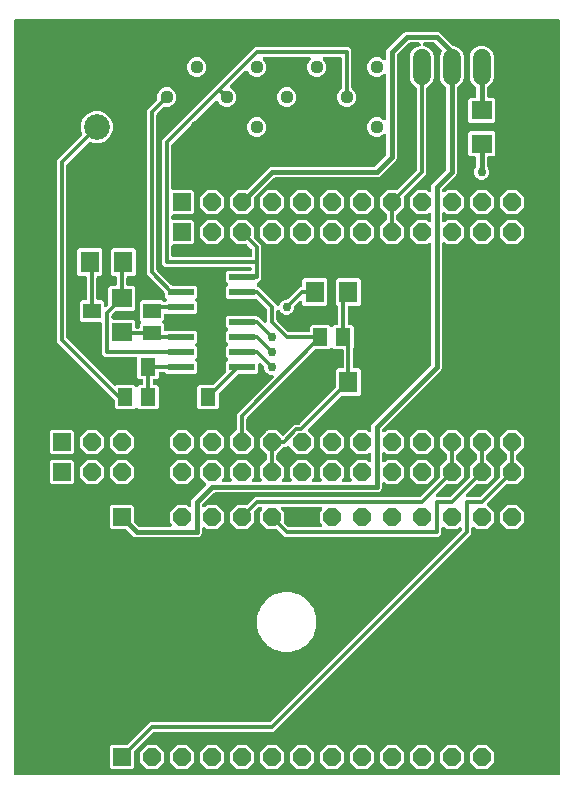
<source format=gbr>
G04 EAGLE Gerber RS-274X export*
G75*
%MOMM*%
%FSLAX34Y34*%
%LPD*%
%INTop Copper*%
%IPPOS*%
%AMOC8*
5,1,8,0,0,1.08239X$1,22.5*%
G01*
G04 Define Apertures*
%ADD10R,1.524000X1.524000*%
%ADD11P,1.64956X8X22.5*%
%ADD12R,1.500000X1.300000*%
%ADD13R,1.300000X1.500000*%
%ADD14C,2.184400*%
%ADD15C,1.524000*%
%ADD16R,2.200000X0.600000*%
%ADD17R,1.803000X1.600000*%
%ADD18R,1.600000X1.803000*%
%ADD19C,1.117600*%
%ADD20C,0.304800*%
%ADD21C,0.756400*%
%ADD22C,0.406400*%
G36*
X458810Y10281D02*
X459311Y10624D01*
X459638Y11135D01*
X459740Y11684D01*
X459740Y648716D01*
X459619Y649310D01*
X459276Y649811D01*
X458765Y650138D01*
X458216Y650240D01*
X-1016Y650240D01*
X-1610Y650119D01*
X-2111Y649776D01*
X-2438Y649265D01*
X-2540Y648716D01*
X-2540Y11684D01*
X-2419Y11090D01*
X-2076Y10589D01*
X-1565Y10262D01*
X-1016Y10160D01*
X458216Y10160D01*
X458810Y10281D01*
G37*
%LPC*%
G36*
X100691Y211328D02*
X99010Y212024D01*
X93041Y217994D01*
X92535Y218329D01*
X91963Y218440D01*
X80228Y218440D01*
X78740Y219928D01*
X78740Y237272D01*
X80228Y238760D01*
X97572Y238760D01*
X99060Y237272D01*
X99060Y225537D01*
X99181Y224943D01*
X99506Y224459D01*
X103047Y220918D01*
X103553Y220583D01*
X104125Y220472D01*
X129780Y220472D01*
X130375Y220593D01*
X130875Y220936D01*
X131202Y221447D01*
X131304Y222045D01*
X131164Y222635D01*
X130858Y223074D01*
X129540Y224392D01*
X129540Y232808D01*
X135492Y238760D01*
X143908Y238760D01*
X145226Y237442D01*
X145732Y237107D01*
X146328Y236996D01*
X146921Y237126D01*
X147415Y237477D01*
X147734Y237993D01*
X147828Y238520D01*
X147828Y242209D01*
X148524Y243890D01*
X159955Y255321D01*
X160290Y255827D01*
X160401Y256423D01*
X160271Y257015D01*
X159955Y257476D01*
X154940Y262492D01*
X154940Y270908D01*
X160892Y276860D01*
X169308Y276860D01*
X175260Y270908D01*
X175260Y262492D01*
X173942Y261174D01*
X173607Y260668D01*
X173496Y260072D01*
X173626Y259479D01*
X173977Y258985D01*
X174493Y258666D01*
X175020Y258572D01*
X180580Y258572D01*
X181175Y258693D01*
X181675Y259036D01*
X182002Y259547D01*
X182104Y260145D01*
X181964Y260735D01*
X181658Y261174D01*
X180340Y262492D01*
X180340Y270908D01*
X186292Y276860D01*
X194708Y276860D01*
X200660Y270908D01*
X200660Y262492D01*
X199342Y261174D01*
X199007Y260668D01*
X198896Y260072D01*
X199026Y259479D01*
X199377Y258985D01*
X199893Y258666D01*
X200420Y258572D01*
X205980Y258572D01*
X206575Y258693D01*
X207075Y259036D01*
X207402Y259547D01*
X207504Y260145D01*
X207364Y260735D01*
X207058Y261174D01*
X205740Y262492D01*
X205740Y270908D01*
X211390Y276558D01*
X211725Y277064D01*
X211836Y277636D01*
X211836Y281164D01*
X211715Y281759D01*
X211390Y282242D01*
X205740Y287892D01*
X205740Y296308D01*
X211692Y302260D01*
X220108Y302260D01*
X224289Y298079D01*
X224795Y297744D01*
X225391Y297633D01*
X225984Y297763D01*
X226445Y298079D01*
X235198Y306832D01*
X238473Y306832D01*
X239068Y306953D01*
X239551Y307278D01*
X269934Y337661D01*
X270269Y338167D01*
X270380Y338739D01*
X270380Y352967D01*
X271868Y354455D01*
X275332Y354455D01*
X275926Y354576D01*
X276427Y354919D01*
X276754Y355430D01*
X276856Y355979D01*
X276856Y369436D01*
X276735Y370030D01*
X276392Y370531D01*
X275881Y370858D01*
X275332Y370960D01*
X268648Y370960D01*
X267778Y371830D01*
X267272Y372165D01*
X266676Y372276D01*
X266083Y372146D01*
X265622Y371830D01*
X264752Y370960D01*
X253539Y370960D01*
X252944Y370839D01*
X252461Y370514D01*
X195010Y313063D01*
X194675Y312557D01*
X194564Y311985D01*
X194564Y303036D01*
X194685Y302441D01*
X195010Y301958D01*
X200660Y296308D01*
X200660Y287892D01*
X194708Y281940D01*
X186292Y281940D01*
X180340Y287892D01*
X180340Y296308D01*
X185990Y301958D01*
X186325Y302464D01*
X186436Y303036D01*
X186436Y315983D01*
X217129Y346676D01*
X217464Y347182D01*
X217575Y347778D01*
X217445Y348371D01*
X217094Y348865D01*
X216578Y349184D01*
X216051Y349278D01*
X214642Y349278D01*
X212319Y350240D01*
X210540Y352019D01*
X209578Y354342D01*
X209578Y355543D01*
X209457Y356138D01*
X209132Y356621D01*
X207242Y358511D01*
X206736Y358846D01*
X206140Y358957D01*
X205547Y358827D01*
X205053Y358476D01*
X204734Y357960D01*
X204640Y357433D01*
X204640Y351548D01*
X203152Y350060D01*
X188139Y350060D01*
X187544Y349939D01*
X187061Y349614D01*
X171386Y333939D01*
X171051Y333433D01*
X170940Y332861D01*
X170940Y321648D01*
X169452Y320160D01*
X154348Y320160D01*
X152860Y321648D01*
X152860Y338752D01*
X154348Y340240D01*
X165561Y340240D01*
X166156Y340361D01*
X166639Y340686D01*
X177114Y351161D01*
X177449Y351667D01*
X177560Y352239D01*
X177560Y359652D01*
X178780Y360872D01*
X179115Y361378D01*
X179226Y361974D01*
X179096Y362567D01*
X178780Y363028D01*
X177560Y364248D01*
X177560Y372352D01*
X178780Y373572D01*
X179115Y374078D01*
X179226Y374674D01*
X179096Y375267D01*
X178780Y375728D01*
X177560Y376948D01*
X177560Y385052D01*
X178780Y386272D01*
X179115Y386778D01*
X179226Y387374D01*
X179096Y387967D01*
X178780Y388428D01*
X177560Y389648D01*
X177560Y397752D01*
X179048Y399240D01*
X203152Y399240D01*
X204182Y398210D01*
X204687Y397875D01*
X204792Y397855D01*
X209234Y393413D01*
X209740Y393078D01*
X210336Y392967D01*
X210929Y393097D01*
X211423Y393448D01*
X211742Y393964D01*
X211836Y394491D01*
X211836Y404085D01*
X211715Y404680D01*
X211390Y405163D01*
X203439Y413114D01*
X202933Y413449D01*
X202361Y413560D01*
X179048Y413560D01*
X177560Y415048D01*
X177560Y423152D01*
X178780Y424372D01*
X179115Y424878D01*
X179226Y425474D01*
X179096Y426067D01*
X178780Y426528D01*
X177560Y427748D01*
X177560Y435852D01*
X179048Y437340D01*
X197612Y437340D01*
X198206Y437461D01*
X198707Y437804D01*
X199034Y438315D01*
X199136Y438864D01*
X199136Y438912D01*
X199015Y439506D01*
X198672Y440007D01*
X198161Y440334D01*
X197612Y440436D01*
X125317Y440436D01*
X122936Y442817D01*
X122936Y547783D01*
X201517Y626364D01*
X281083Y626364D01*
X283464Y623983D01*
X283464Y592262D01*
X283585Y591668D01*
X283910Y591184D01*
X286291Y588804D01*
X287528Y585817D01*
X287528Y582583D01*
X286291Y579596D01*
X284004Y577309D01*
X281017Y576072D01*
X277783Y576072D01*
X274796Y577309D01*
X272509Y579596D01*
X271272Y582583D01*
X271272Y585817D01*
X272509Y588804D01*
X274890Y591184D01*
X275225Y591690D01*
X275336Y592262D01*
X275336Y616712D01*
X275215Y617306D01*
X274872Y617807D01*
X274361Y618134D01*
X273812Y618236D01*
X260538Y618236D01*
X259944Y618115D01*
X259443Y617772D01*
X259116Y617261D01*
X259015Y616663D01*
X259154Y616073D01*
X259460Y615634D01*
X260891Y614204D01*
X262128Y611217D01*
X262128Y607983D01*
X260891Y604996D01*
X258604Y602709D01*
X255617Y601472D01*
X252383Y601472D01*
X249396Y602709D01*
X247109Y604996D01*
X245872Y607983D01*
X245872Y611217D01*
X247109Y614204D01*
X248540Y615634D01*
X248875Y616140D01*
X248986Y616736D01*
X248856Y617329D01*
X248505Y617823D01*
X247989Y618142D01*
X247462Y618236D01*
X209738Y618236D01*
X209144Y618115D01*
X208643Y617772D01*
X208316Y617261D01*
X208215Y616663D01*
X208354Y616073D01*
X208660Y615634D01*
X210091Y614204D01*
X211328Y611217D01*
X211328Y607983D01*
X210091Y604996D01*
X207804Y602709D01*
X204817Y601472D01*
X201583Y601472D01*
X198596Y602709D01*
X196309Y604996D01*
X195816Y606188D01*
X195477Y606691D01*
X194968Y607022D01*
X194371Y607129D01*
X193780Y606994D01*
X193330Y606683D01*
X180717Y594070D01*
X180382Y593564D01*
X180271Y592968D01*
X180401Y592376D01*
X180752Y591881D01*
X181212Y591584D01*
X182404Y591091D01*
X184691Y588804D01*
X185928Y585817D01*
X185928Y582583D01*
X184691Y579596D01*
X182404Y577309D01*
X179417Y576072D01*
X176183Y576072D01*
X173196Y577309D01*
X170909Y579596D01*
X170416Y580788D01*
X170077Y581291D01*
X169568Y581622D01*
X168971Y581729D01*
X168380Y581594D01*
X167930Y581283D01*
X131510Y544863D01*
X131175Y544357D01*
X131064Y543785D01*
X131064Y506984D01*
X131185Y506390D01*
X131528Y505889D01*
X132039Y505562D01*
X132588Y505460D01*
X148372Y505460D01*
X149860Y503972D01*
X149860Y486628D01*
X148372Y485140D01*
X132588Y485140D01*
X131994Y485019D01*
X131493Y484676D01*
X131166Y484165D01*
X131064Y483616D01*
X131064Y481584D01*
X131185Y480990D01*
X131528Y480489D01*
X132039Y480162D01*
X132588Y480060D01*
X148372Y480060D01*
X149860Y478572D01*
X149860Y461228D01*
X148372Y459740D01*
X132588Y459740D01*
X131994Y459619D01*
X131493Y459276D01*
X131166Y458765D01*
X131064Y458216D01*
X131064Y450088D01*
X131185Y449494D01*
X131528Y448993D01*
X132039Y448666D01*
X132588Y448564D01*
X197612Y448564D01*
X198206Y448685D01*
X198707Y449028D01*
X199034Y449539D01*
X199136Y450088D01*
X199136Y454885D01*
X199015Y455480D01*
X198690Y455963D01*
X195359Y459294D01*
X194853Y459629D01*
X194281Y459740D01*
X186292Y459740D01*
X180340Y465692D01*
X180340Y474108D01*
X186292Y480060D01*
X194708Y480060D01*
X200660Y474108D01*
X200660Y466119D01*
X200781Y465524D01*
X201106Y465041D01*
X207264Y458883D01*
X207264Y430117D01*
X204788Y427640D01*
X204665Y427615D01*
X204182Y427290D01*
X203420Y426528D01*
X203085Y426022D01*
X202974Y425426D01*
X203104Y424833D01*
X203420Y424372D01*
X204182Y423610D01*
X204687Y423275D01*
X204792Y423255D01*
X220112Y407935D01*
X220618Y407600D01*
X221214Y407489D01*
X221807Y407619D01*
X222301Y407970D01*
X222598Y408430D01*
X223240Y409981D01*
X225019Y411760D01*
X227342Y412722D01*
X228543Y412722D01*
X229138Y412843D01*
X229621Y413168D01*
X239617Y423164D01*
X240416Y423164D01*
X241010Y423285D01*
X241511Y423628D01*
X241838Y424139D01*
X241940Y424688D01*
X241940Y429167D01*
X243428Y430655D01*
X261532Y430655D01*
X263020Y429167D01*
X263020Y409033D01*
X261532Y407545D01*
X243428Y407545D01*
X241940Y409033D01*
X241940Y410313D01*
X241819Y410908D01*
X241476Y411408D01*
X240965Y411735D01*
X240367Y411837D01*
X239777Y411697D01*
X239338Y411391D01*
X235368Y407421D01*
X235033Y406915D01*
X234922Y406343D01*
X234922Y405142D01*
X233960Y402819D01*
X232181Y401040D01*
X229858Y400078D01*
X227342Y400078D01*
X225019Y401040D01*
X223240Y402819D01*
X222896Y403650D01*
X222557Y404153D01*
X222049Y404484D01*
X221452Y404591D01*
X220860Y404456D01*
X220368Y404101D01*
X220054Y403583D01*
X219964Y403067D01*
X219964Y396015D01*
X220085Y395420D01*
X220410Y394937D01*
X229837Y385510D01*
X230343Y385175D01*
X230915Y385064D01*
X246636Y385064D01*
X247230Y385185D01*
X247731Y385528D01*
X248058Y386039D01*
X248160Y386588D01*
X248160Y389552D01*
X249648Y391040D01*
X264752Y391040D01*
X265622Y390170D01*
X266128Y389835D01*
X266724Y389724D01*
X267317Y389854D01*
X267778Y390170D01*
X268648Y391040D01*
X270612Y391040D01*
X271206Y391161D01*
X271707Y391504D01*
X272034Y392015D01*
X272136Y392564D01*
X272136Y406646D01*
X272015Y407240D01*
X271690Y407723D01*
X270380Y409033D01*
X270380Y429167D01*
X271868Y430655D01*
X289972Y430655D01*
X291460Y429167D01*
X291460Y409033D01*
X289972Y407545D01*
X281788Y407545D01*
X281194Y407424D01*
X280693Y407081D01*
X280366Y406570D01*
X280264Y406021D01*
X280264Y392564D01*
X280385Y391970D01*
X280728Y391469D01*
X281239Y391142D01*
X281788Y391040D01*
X283752Y391040D01*
X285240Y389552D01*
X285240Y372351D01*
X285095Y372133D01*
X284984Y371561D01*
X284984Y355979D01*
X285105Y355385D01*
X285448Y354884D01*
X285959Y354557D01*
X286508Y354455D01*
X289972Y354455D01*
X291460Y352967D01*
X291460Y332833D01*
X289972Y331345D01*
X275744Y331345D01*
X275149Y331224D01*
X274666Y330899D01*
X246846Y303078D01*
X246511Y302573D01*
X246399Y301976D01*
X246530Y301384D01*
X246846Y300923D01*
X251460Y296308D01*
X251460Y287892D01*
X245508Y281940D01*
X237092Y281940D01*
X231066Y287966D01*
X231019Y288195D01*
X230676Y288695D01*
X230165Y289022D01*
X229567Y289123D01*
X228977Y288984D01*
X228538Y288678D01*
X227897Y288036D01*
X226836Y288036D01*
X226241Y287915D01*
X225758Y287590D01*
X220410Y282242D01*
X220075Y281736D01*
X219964Y281164D01*
X219964Y277636D01*
X220085Y277041D01*
X220410Y276558D01*
X226060Y270908D01*
X226060Y262492D01*
X224742Y261174D01*
X224407Y260668D01*
X224296Y260072D01*
X224426Y259479D01*
X224777Y258985D01*
X225293Y258666D01*
X225820Y258572D01*
X231380Y258572D01*
X231975Y258693D01*
X232475Y259036D01*
X232802Y259547D01*
X232904Y260145D01*
X232764Y260735D01*
X232458Y261174D01*
X231140Y262492D01*
X231140Y270908D01*
X237092Y276860D01*
X245508Y276860D01*
X251460Y270908D01*
X251460Y262492D01*
X250142Y261174D01*
X249807Y260668D01*
X249696Y260072D01*
X249826Y259479D01*
X250177Y258985D01*
X250693Y258666D01*
X251220Y258572D01*
X256780Y258572D01*
X257375Y258693D01*
X257875Y259036D01*
X258202Y259547D01*
X258304Y260145D01*
X258164Y260735D01*
X257858Y261174D01*
X256540Y262492D01*
X256540Y270908D01*
X262492Y276860D01*
X270908Y276860D01*
X276860Y270908D01*
X276860Y262492D01*
X275542Y261174D01*
X275207Y260668D01*
X275096Y260072D01*
X275226Y259479D01*
X275577Y258985D01*
X276093Y258666D01*
X276620Y258572D01*
X282180Y258572D01*
X282775Y258693D01*
X283275Y259036D01*
X283602Y259547D01*
X283704Y260145D01*
X283564Y260735D01*
X283258Y261174D01*
X281940Y262492D01*
X281940Y270908D01*
X287892Y276860D01*
X296308Y276860D01*
X297626Y275542D01*
X298132Y275207D01*
X298728Y275096D01*
X299321Y275226D01*
X299815Y275577D01*
X300134Y276093D01*
X300228Y276620D01*
X300228Y282180D01*
X300107Y282775D01*
X299764Y283275D01*
X299253Y283602D01*
X298655Y283704D01*
X298065Y283564D01*
X297626Y283258D01*
X296308Y281940D01*
X287892Y281940D01*
X281940Y287892D01*
X281940Y296308D01*
X287892Y302260D01*
X296308Y302260D01*
X297626Y300942D01*
X298132Y300607D01*
X298728Y300496D01*
X299321Y300626D01*
X299815Y300977D01*
X300134Y301493D01*
X300228Y302020D01*
X300228Y305709D01*
X300924Y307390D01*
X350582Y357047D01*
X350917Y357553D01*
X351028Y358125D01*
X351028Y459980D01*
X350907Y460575D01*
X350564Y461075D01*
X350053Y461402D01*
X349455Y461504D01*
X348865Y461364D01*
X348426Y461058D01*
X347108Y459740D01*
X338692Y459740D01*
X332740Y465692D01*
X332740Y474108D01*
X338692Y480060D01*
X347108Y480060D01*
X348426Y478742D01*
X348932Y478407D01*
X349528Y478296D01*
X350121Y478426D01*
X350615Y478777D01*
X350934Y479293D01*
X351028Y479820D01*
X351028Y485380D01*
X350907Y485975D01*
X350564Y486475D01*
X350053Y486802D01*
X349455Y486904D01*
X348865Y486764D01*
X348426Y486458D01*
X347108Y485140D01*
X338692Y485140D01*
X332740Y491092D01*
X332740Y499508D01*
X338692Y505460D01*
X347108Y505460D01*
X348426Y504142D01*
X348932Y503807D01*
X349528Y503696D01*
X350121Y503826D01*
X350615Y504177D01*
X350934Y504693D01*
X351028Y505220D01*
X351028Y508909D01*
X351724Y510590D01*
X363282Y522147D01*
X363617Y522653D01*
X363728Y523225D01*
X363728Y591858D01*
X363607Y592453D01*
X363264Y592953D01*
X362787Y593266D01*
X362545Y593367D01*
X359687Y596225D01*
X358140Y599959D01*
X358140Y619241D01*
X359728Y623075D01*
X359844Y623671D01*
X359719Y624264D01*
X359398Y624736D01*
X354153Y629982D01*
X353647Y630317D01*
X353075Y630428D01*
X345224Y630428D01*
X344630Y630307D01*
X344129Y629964D01*
X343803Y629453D01*
X343701Y628855D01*
X343840Y628265D01*
X344199Y627776D01*
X344641Y627496D01*
X348655Y625833D01*
X351513Y622975D01*
X353060Y619241D01*
X353060Y599959D01*
X351513Y596225D01*
X348655Y593367D01*
X347905Y593056D01*
X347402Y592717D01*
X347071Y592209D01*
X346964Y591648D01*
X346964Y519017D01*
X328106Y500159D01*
X327771Y499653D01*
X327660Y499081D01*
X327660Y491092D01*
X322010Y485442D01*
X321675Y484936D01*
X321564Y484364D01*
X321564Y480836D01*
X321685Y480241D01*
X322010Y479758D01*
X327660Y474108D01*
X327660Y465692D01*
X321708Y459740D01*
X313292Y459740D01*
X307340Y465692D01*
X307340Y474108D01*
X312990Y479758D01*
X313325Y480264D01*
X313436Y480836D01*
X313436Y484364D01*
X313315Y484959D01*
X312990Y485442D01*
X307340Y491092D01*
X307340Y499508D01*
X313292Y505460D01*
X321281Y505460D01*
X321876Y505581D01*
X322359Y505906D01*
X338390Y521937D01*
X338725Y522443D01*
X338836Y523015D01*
X338836Y591648D01*
X338715Y592242D01*
X338372Y592743D01*
X337895Y593056D01*
X337145Y593367D01*
X334287Y596225D01*
X332740Y599959D01*
X332740Y619241D01*
X334287Y622975D01*
X337145Y625833D01*
X341159Y627496D01*
X341662Y627835D01*
X341993Y628343D01*
X342099Y628940D01*
X341965Y629532D01*
X341610Y630024D01*
X341091Y630338D01*
X340576Y630428D01*
X332725Y630428D01*
X332131Y630307D01*
X331647Y629982D01*
X322518Y620853D01*
X322183Y620347D01*
X322072Y619775D01*
X322072Y532491D01*
X321376Y530810D01*
X307390Y516824D01*
X305709Y516128D01*
X218425Y516128D01*
X217831Y516007D01*
X217347Y515682D01*
X201106Y499441D01*
X200771Y498935D01*
X200660Y498363D01*
X200660Y491092D01*
X194708Y485140D01*
X186292Y485140D01*
X180340Y491092D01*
X180340Y499508D01*
X186292Y505460D01*
X193563Y505460D01*
X194157Y505581D01*
X194641Y505906D01*
X213310Y524576D01*
X214991Y525272D01*
X302275Y525272D01*
X302869Y525393D01*
X303353Y525718D01*
X312482Y534847D01*
X312817Y535353D01*
X312928Y535925D01*
X312928Y551754D01*
X312807Y552348D01*
X312464Y552849D01*
X311953Y553176D01*
X311355Y553277D01*
X310765Y553138D01*
X310326Y552832D01*
X309404Y551909D01*
X306417Y550672D01*
X303183Y550672D01*
X300196Y551909D01*
X297909Y554196D01*
X296672Y557183D01*
X296672Y560417D01*
X297909Y563404D01*
X300196Y565691D01*
X303183Y566928D01*
X306417Y566928D01*
X309404Y565691D01*
X310326Y564768D01*
X310832Y564433D01*
X311428Y564322D01*
X312021Y564452D01*
X312515Y564803D01*
X312834Y565319D01*
X312928Y565846D01*
X312928Y602554D01*
X312807Y603148D01*
X312464Y603649D01*
X311953Y603976D01*
X311355Y604077D01*
X310765Y603938D01*
X310326Y603632D01*
X309404Y602709D01*
X306417Y601472D01*
X303183Y601472D01*
X300196Y602709D01*
X297909Y604996D01*
X296672Y607983D01*
X296672Y611217D01*
X297909Y614204D01*
X300196Y616491D01*
X303183Y617728D01*
X306417Y617728D01*
X309404Y616491D01*
X310326Y615568D01*
X310832Y615233D01*
X311428Y615122D01*
X312021Y615252D01*
X312515Y615603D01*
X312834Y616119D01*
X312928Y616646D01*
X312928Y623209D01*
X313624Y624890D01*
X327610Y638876D01*
X329291Y639572D01*
X356509Y639572D01*
X358190Y638876D01*
X369239Y627826D01*
X369745Y627491D01*
X370317Y627380D01*
X370321Y627380D01*
X374055Y625833D01*
X376913Y622975D01*
X378460Y619241D01*
X378460Y599959D01*
X376913Y596225D01*
X374055Y593367D01*
X373813Y593266D01*
X373310Y592927D01*
X372979Y592419D01*
X372872Y591858D01*
X372872Y519791D01*
X372176Y518110D01*
X360618Y506553D01*
X360283Y506047D01*
X360172Y505475D01*
X360172Y505220D01*
X360293Y504625D01*
X360636Y504125D01*
X361147Y503798D01*
X361745Y503696D01*
X362335Y503836D01*
X362774Y504142D01*
X364092Y505460D01*
X372508Y505460D01*
X378460Y499508D01*
X378460Y491092D01*
X372508Y485140D01*
X364092Y485140D01*
X362774Y486458D01*
X362268Y486793D01*
X361672Y486904D01*
X361079Y486774D01*
X360585Y486423D01*
X360266Y485907D01*
X360172Y485380D01*
X360172Y479820D01*
X360293Y479225D01*
X360636Y478725D01*
X361147Y478398D01*
X361745Y478296D01*
X362335Y478436D01*
X362774Y478742D01*
X364092Y480060D01*
X372508Y480060D01*
X378460Y474108D01*
X378460Y465692D01*
X372508Y459740D01*
X364092Y459740D01*
X362774Y461058D01*
X362268Y461393D01*
X361672Y461504D01*
X361079Y461374D01*
X360585Y461023D01*
X360266Y460507D01*
X360172Y459980D01*
X360172Y354691D01*
X359476Y353010D01*
X309818Y303353D01*
X309483Y302847D01*
X309372Y302275D01*
X309372Y302020D01*
X309493Y301425D01*
X309836Y300925D01*
X310347Y300598D01*
X310945Y300496D01*
X311535Y300636D01*
X311974Y300942D01*
X313292Y302260D01*
X321708Y302260D01*
X327660Y296308D01*
X327660Y287892D01*
X321708Y281940D01*
X313292Y281940D01*
X311974Y283258D01*
X311468Y283593D01*
X310872Y283704D01*
X310279Y283574D01*
X309785Y283223D01*
X309466Y282707D01*
X309372Y282180D01*
X309372Y276620D01*
X309493Y276025D01*
X309836Y275525D01*
X310347Y275198D01*
X310945Y275096D01*
X311535Y275236D01*
X311974Y275542D01*
X313292Y276860D01*
X321708Y276860D01*
X327660Y270908D01*
X327660Y262492D01*
X321708Y256540D01*
X313292Y256540D01*
X311974Y257858D01*
X311468Y258193D01*
X310872Y258304D01*
X310279Y258174D01*
X309785Y257823D01*
X309466Y257307D01*
X309372Y256780D01*
X309372Y253091D01*
X308676Y251410D01*
X307390Y250124D01*
X305709Y249428D01*
X167625Y249428D01*
X167031Y249307D01*
X166547Y248982D01*
X157418Y239853D01*
X157083Y239347D01*
X156972Y238775D01*
X156972Y238520D01*
X157093Y237925D01*
X157436Y237425D01*
X157947Y237098D01*
X158545Y236996D01*
X159135Y237136D01*
X159574Y237442D01*
X160892Y238760D01*
X169308Y238760D01*
X175260Y232808D01*
X175260Y224392D01*
X169308Y218440D01*
X160892Y218440D01*
X159574Y219758D01*
X159068Y220093D01*
X158472Y220204D01*
X157879Y220074D01*
X157385Y219723D01*
X157066Y219207D01*
X156972Y218680D01*
X156972Y214991D01*
X156276Y213310D01*
X154990Y212024D01*
X153309Y211328D01*
X100691Y211328D01*
G37*
G36*
X383633Y562480D02*
X382145Y563968D01*
X382145Y582072D01*
X383633Y583560D01*
X387604Y583560D01*
X388198Y583681D01*
X388699Y584024D01*
X389026Y584535D01*
X389128Y585084D01*
X389128Y591858D01*
X389007Y592453D01*
X388664Y592953D01*
X388187Y593266D01*
X387945Y593367D01*
X385087Y596225D01*
X383540Y599959D01*
X383540Y619241D01*
X385087Y622975D01*
X387945Y625833D01*
X391679Y627380D01*
X395721Y627380D01*
X399455Y625833D01*
X402313Y622975D01*
X403860Y619241D01*
X403860Y599959D01*
X402313Y596225D01*
X399455Y593367D01*
X399213Y593266D01*
X398710Y592927D01*
X398379Y592419D01*
X398272Y591858D01*
X398272Y585084D01*
X398393Y584490D01*
X398736Y583989D01*
X399247Y583662D01*
X399796Y583560D01*
X403767Y583560D01*
X405255Y582072D01*
X405255Y563968D01*
X403767Y562480D01*
X383633Y562480D01*
G37*
G36*
X150783Y601472D02*
X147796Y602709D01*
X145509Y604996D01*
X144272Y607983D01*
X144272Y611217D01*
X145509Y614204D01*
X147796Y616491D01*
X150783Y617728D01*
X154017Y617728D01*
X157004Y616491D01*
X159291Y614204D01*
X160528Y611217D01*
X160528Y607983D01*
X159291Y604996D01*
X157004Y602709D01*
X154017Y601472D01*
X150783Y601472D01*
G37*
G36*
X226983Y576072D02*
X223996Y577309D01*
X221709Y579596D01*
X220472Y582583D01*
X220472Y585817D01*
X221709Y588804D01*
X223996Y591091D01*
X226983Y592328D01*
X230217Y592328D01*
X233204Y591091D01*
X235491Y588804D01*
X236728Y585817D01*
X236728Y582583D01*
X235491Y579596D01*
X233204Y577309D01*
X230217Y576072D01*
X226983Y576072D01*
G37*
G36*
X84548Y320160D02*
X83060Y321648D01*
X83060Y327251D01*
X82939Y327845D01*
X82614Y328329D01*
X34036Y376906D01*
X34036Y530783D01*
X55093Y551841D01*
X55428Y552346D01*
X55539Y552943D01*
X55424Y553501D01*
X54338Y556122D01*
X54338Y561478D01*
X56387Y566426D01*
X60174Y570213D01*
X65122Y572262D01*
X70478Y572262D01*
X75426Y570213D01*
X79213Y566426D01*
X81262Y561478D01*
X81262Y556122D01*
X79213Y551174D01*
X75426Y547387D01*
X70478Y545338D01*
X65122Y545338D01*
X62501Y546424D01*
X61906Y546540D01*
X61313Y546414D01*
X60841Y546093D01*
X42610Y527863D01*
X42275Y527357D01*
X42164Y526785D01*
X42164Y380904D01*
X42285Y380310D01*
X42610Y379827D01*
X82295Y340142D01*
X82800Y339807D01*
X83397Y339696D01*
X83989Y339826D01*
X84450Y340142D01*
X84548Y340240D01*
X99652Y340240D01*
X100522Y339370D01*
X101028Y339035D01*
X101624Y338924D01*
X102217Y339054D01*
X102678Y339370D01*
X103548Y340240D01*
X105512Y340240D01*
X106106Y340361D01*
X106607Y340704D01*
X106934Y341215D01*
X107036Y341764D01*
X107036Y344036D01*
X106915Y344630D01*
X106572Y345131D01*
X106061Y345458D01*
X105512Y345560D01*
X103548Y345560D01*
X102060Y347048D01*
X102060Y362712D01*
X101939Y363306D01*
X101596Y363807D01*
X101085Y364134D01*
X100536Y364236D01*
X74517Y364236D01*
X72136Y366617D01*
X72136Y392636D01*
X72015Y393230D01*
X71672Y393731D01*
X71161Y394058D01*
X70612Y394160D01*
X54948Y394160D01*
X53460Y395648D01*
X53460Y410752D01*
X54948Y412240D01*
X57912Y412240D01*
X58506Y412361D01*
X59007Y412704D01*
X59334Y413215D01*
X59436Y413764D01*
X59436Y431421D01*
X59315Y432015D01*
X58972Y432516D01*
X58461Y432843D01*
X57912Y432945D01*
X52928Y432945D01*
X51440Y434433D01*
X51440Y454567D01*
X52928Y456055D01*
X71032Y456055D01*
X72520Y454567D01*
X72520Y434433D01*
X71032Y432945D01*
X69088Y432945D01*
X68494Y432824D01*
X67993Y432481D01*
X67666Y431970D01*
X67564Y431421D01*
X67564Y413764D01*
X67685Y413170D01*
X68028Y412669D01*
X68539Y412342D01*
X69088Y412240D01*
X72052Y412240D01*
X73540Y410752D01*
X73540Y407831D01*
X73661Y407236D01*
X74004Y406736D01*
X74515Y406409D01*
X75113Y406307D01*
X75703Y406447D01*
X76142Y406753D01*
X76899Y407510D01*
X77234Y408016D01*
X77345Y408588D01*
X77345Y422816D01*
X78833Y424304D01*
X83312Y424304D01*
X83906Y424425D01*
X84407Y424768D01*
X84734Y425279D01*
X84836Y425828D01*
X84836Y431421D01*
X84715Y432015D01*
X84372Y432516D01*
X83861Y432843D01*
X83312Y432945D01*
X81368Y432945D01*
X79880Y434433D01*
X79880Y454567D01*
X81368Y456055D01*
X99472Y456055D01*
X100960Y454567D01*
X100960Y434433D01*
X99472Y432945D01*
X94488Y432945D01*
X93894Y432824D01*
X93393Y432481D01*
X93066Y431970D01*
X92964Y431421D01*
X92964Y425828D01*
X93085Y425234D01*
X93428Y424733D01*
X93939Y424406D01*
X94488Y424304D01*
X98967Y424304D01*
X100455Y422816D01*
X100455Y404712D01*
X98967Y403224D01*
X84739Y403224D01*
X84144Y403103D01*
X83661Y402778D01*
X80710Y399827D01*
X80375Y399321D01*
X80264Y398749D01*
X80264Y397388D01*
X80385Y396794D01*
X80728Y396293D01*
X81239Y395966D01*
X81788Y395864D01*
X98967Y395864D01*
X100455Y394376D01*
X100455Y389788D01*
X100576Y389194D01*
X100919Y388693D01*
X101430Y388366D01*
X101979Y388264D01*
X102736Y388264D01*
X103330Y388385D01*
X103831Y388728D01*
X104158Y389239D01*
X104260Y389788D01*
X104260Y391752D01*
X105130Y392622D01*
X105465Y393128D01*
X105576Y393724D01*
X105446Y394317D01*
X105130Y394778D01*
X104260Y395648D01*
X104260Y410752D01*
X105748Y412240D01*
X122852Y412240D01*
X124022Y411070D01*
X124528Y410735D01*
X125124Y410624D01*
X125717Y410754D01*
X126178Y411070D01*
X126780Y411672D01*
X127115Y412178D01*
X127226Y412774D01*
X127096Y413367D01*
X126780Y413828D01*
X125560Y415048D01*
X125560Y418073D01*
X125439Y418667D01*
X125114Y419150D01*
X110236Y434028D01*
X110236Y573183D01*
X118426Y581373D01*
X118761Y581879D01*
X118872Y582451D01*
X118872Y585817D01*
X120109Y588804D01*
X122396Y591091D01*
X125383Y592328D01*
X128617Y592328D01*
X131604Y591091D01*
X133891Y588804D01*
X135128Y585817D01*
X135128Y582583D01*
X133891Y579596D01*
X131604Y577309D01*
X128617Y576072D01*
X125251Y576072D01*
X124656Y575951D01*
X124173Y575626D01*
X118810Y570263D01*
X118475Y569757D01*
X118364Y569185D01*
X118364Y438026D01*
X118485Y437432D01*
X118810Y436948D01*
X130672Y425086D01*
X131178Y424751D01*
X131750Y424640D01*
X151152Y424640D01*
X152640Y423152D01*
X152640Y415048D01*
X151420Y413828D01*
X151085Y413322D01*
X150974Y412726D01*
X151104Y412133D01*
X151420Y411672D01*
X152640Y410452D01*
X152640Y402348D01*
X151152Y400860D01*
X127048Y400860D01*
X126942Y400966D01*
X126436Y401301D01*
X125840Y401412D01*
X125247Y401282D01*
X124753Y400931D01*
X124434Y400415D01*
X124340Y399889D01*
X124340Y395648D01*
X123470Y394778D01*
X123135Y394272D01*
X123024Y393676D01*
X123154Y393083D01*
X123470Y392622D01*
X124340Y391752D01*
X124340Y387511D01*
X124461Y386917D01*
X124804Y386417D01*
X125315Y386090D01*
X125913Y385988D01*
X126503Y386128D01*
X126942Y386434D01*
X127048Y386540D01*
X151152Y386540D01*
X152640Y385052D01*
X152640Y376948D01*
X151420Y375728D01*
X151085Y375222D01*
X150974Y374626D01*
X151104Y374033D01*
X151420Y373572D01*
X152640Y372352D01*
X152640Y364248D01*
X151420Y363028D01*
X151085Y362522D01*
X150974Y361926D01*
X151104Y361333D01*
X151420Y360872D01*
X152640Y359652D01*
X152640Y351548D01*
X151152Y350060D01*
X127048Y350060D01*
X126018Y351090D01*
X125513Y351425D01*
X124941Y351536D01*
X121664Y351536D01*
X121070Y351415D01*
X120569Y351072D01*
X120242Y350561D01*
X120140Y350012D01*
X120140Y347048D01*
X118652Y345560D01*
X116688Y345560D01*
X116094Y345439D01*
X115593Y345096D01*
X115266Y344585D01*
X115164Y344036D01*
X115164Y341764D01*
X115285Y341170D01*
X115628Y340669D01*
X116139Y340342D01*
X116688Y340240D01*
X118652Y340240D01*
X120140Y338752D01*
X120140Y321648D01*
X118652Y320160D01*
X103548Y320160D01*
X102678Y321030D01*
X102172Y321365D01*
X101576Y321476D01*
X100983Y321346D01*
X100522Y321030D01*
X99652Y320160D01*
X84548Y320160D01*
G37*
G36*
X201583Y550672D02*
X198596Y551909D01*
X196309Y554196D01*
X195072Y557183D01*
X195072Y560417D01*
X196309Y563404D01*
X198596Y565691D01*
X201583Y566928D01*
X204817Y566928D01*
X207804Y565691D01*
X210091Y563404D01*
X211328Y560417D01*
X211328Y557183D01*
X210091Y554196D01*
X207804Y551909D01*
X204817Y550672D01*
X201583Y550672D01*
G37*
G36*
X392442Y514378D02*
X390119Y515340D01*
X388340Y517119D01*
X387378Y519442D01*
X387378Y521958D01*
X388340Y524281D01*
X388682Y524622D01*
X389017Y525128D01*
X389128Y525700D01*
X389128Y532516D01*
X389007Y533110D01*
X388664Y533611D01*
X388153Y533938D01*
X387604Y534040D01*
X383633Y534040D01*
X382145Y535528D01*
X382145Y553632D01*
X383633Y555120D01*
X403767Y555120D01*
X405255Y553632D01*
X405255Y535528D01*
X403767Y534040D01*
X399796Y534040D01*
X399202Y533919D01*
X398701Y533576D01*
X398374Y533065D01*
X398272Y532516D01*
X398272Y525700D01*
X398393Y525106D01*
X398718Y524622D01*
X399060Y524281D01*
X400022Y521958D01*
X400022Y519442D01*
X399060Y517119D01*
X397281Y515340D01*
X394958Y514378D01*
X392442Y514378D01*
G37*
G36*
X389492Y485140D02*
X383540Y491092D01*
X383540Y499508D01*
X389492Y505460D01*
X397908Y505460D01*
X403860Y499508D01*
X403860Y491092D01*
X397908Y485140D01*
X389492Y485140D01*
G37*
G36*
X160892Y485140D02*
X154940Y491092D01*
X154940Y499508D01*
X160892Y505460D01*
X169308Y505460D01*
X175260Y499508D01*
X175260Y491092D01*
X169308Y485140D01*
X160892Y485140D01*
G37*
G36*
X287892Y485140D02*
X281940Y491092D01*
X281940Y499508D01*
X287892Y505460D01*
X296308Y505460D01*
X302260Y499508D01*
X302260Y491092D01*
X296308Y485140D01*
X287892Y485140D01*
G37*
G36*
X211692Y485140D02*
X205740Y491092D01*
X205740Y499508D01*
X211692Y505460D01*
X220108Y505460D01*
X226060Y499508D01*
X226060Y491092D01*
X220108Y485140D01*
X211692Y485140D01*
G37*
G36*
X262492Y485140D02*
X256540Y491092D01*
X256540Y499508D01*
X262492Y505460D01*
X270908Y505460D01*
X276860Y499508D01*
X276860Y491092D01*
X270908Y485140D01*
X262492Y485140D01*
G37*
G36*
X414892Y485140D02*
X408940Y491092D01*
X408940Y499508D01*
X414892Y505460D01*
X423308Y505460D01*
X429260Y499508D01*
X429260Y491092D01*
X423308Y485140D01*
X414892Y485140D01*
G37*
G36*
X237092Y485140D02*
X231140Y491092D01*
X231140Y499508D01*
X237092Y505460D01*
X245508Y505460D01*
X251460Y499508D01*
X251460Y491092D01*
X245508Y485140D01*
X237092Y485140D01*
G37*
G36*
X414892Y459740D02*
X408940Y465692D01*
X408940Y474108D01*
X414892Y480060D01*
X423308Y480060D01*
X429260Y474108D01*
X429260Y465692D01*
X423308Y459740D01*
X414892Y459740D01*
G37*
G36*
X389492Y459740D02*
X383540Y465692D01*
X383540Y474108D01*
X389492Y480060D01*
X397908Y480060D01*
X403860Y474108D01*
X403860Y465692D01*
X397908Y459740D01*
X389492Y459740D01*
G37*
G36*
X287892Y459740D02*
X281940Y465692D01*
X281940Y474108D01*
X287892Y480060D01*
X296308Y480060D01*
X302260Y474108D01*
X302260Y465692D01*
X296308Y459740D01*
X287892Y459740D01*
G37*
G36*
X262492Y459740D02*
X256540Y465692D01*
X256540Y474108D01*
X262492Y480060D01*
X270908Y480060D01*
X276860Y474108D01*
X276860Y465692D01*
X270908Y459740D01*
X262492Y459740D01*
G37*
G36*
X237092Y459740D02*
X231140Y465692D01*
X231140Y474108D01*
X237092Y480060D01*
X245508Y480060D01*
X251460Y474108D01*
X251460Y465692D01*
X245508Y459740D01*
X237092Y459740D01*
G37*
G36*
X160892Y459740D02*
X154940Y465692D01*
X154940Y474108D01*
X160892Y480060D01*
X169308Y480060D01*
X175260Y474108D01*
X175260Y465692D01*
X169308Y459740D01*
X160892Y459740D01*
G37*
G36*
X211692Y459740D02*
X205740Y465692D01*
X205740Y474108D01*
X211692Y480060D01*
X220108Y480060D01*
X226060Y474108D01*
X226060Y465692D01*
X220108Y459740D01*
X211692Y459740D01*
G37*
G36*
X80228Y15240D02*
X78740Y16728D01*
X78740Y34072D01*
X80228Y35560D01*
X92681Y35560D01*
X93276Y35681D01*
X93759Y36006D01*
X112617Y54864D01*
X213585Y54864D01*
X214180Y54985D01*
X214663Y55310D01*
X376490Y217137D01*
X376825Y217643D01*
X376936Y218215D01*
X376936Y219188D01*
X376815Y219783D01*
X376472Y220283D01*
X375961Y220610D01*
X375363Y220712D01*
X374773Y220572D01*
X374334Y220266D01*
X372508Y218440D01*
X364092Y218440D01*
X362266Y220266D01*
X361760Y220601D01*
X361164Y220712D01*
X360571Y220582D01*
X360077Y220231D01*
X359758Y219715D01*
X359664Y219188D01*
X359664Y214217D01*
X357283Y211836D01*
X226917Y211836D01*
X220759Y217994D01*
X220253Y218329D01*
X219681Y218440D01*
X211692Y218440D01*
X205740Y224392D01*
X205740Y232808D01*
X207566Y234634D01*
X207901Y235140D01*
X208012Y235736D01*
X207882Y236329D01*
X207531Y236823D01*
X207015Y237142D01*
X206488Y237236D01*
X205515Y237236D01*
X204920Y237115D01*
X204437Y236790D01*
X201106Y233459D01*
X200771Y232953D01*
X200660Y232381D01*
X200660Y224392D01*
X194708Y218440D01*
X186292Y218440D01*
X180340Y224392D01*
X180340Y232808D01*
X186292Y238760D01*
X194281Y238760D01*
X194876Y238881D01*
X195359Y239206D01*
X201517Y245364D01*
X340585Y245364D01*
X341180Y245485D01*
X341663Y245810D01*
X357694Y261841D01*
X358029Y262347D01*
X358140Y262919D01*
X358140Y270908D01*
X363790Y276558D01*
X364125Y277064D01*
X364236Y277636D01*
X364236Y281164D01*
X364115Y281759D01*
X363790Y282242D01*
X358140Y287892D01*
X358140Y296308D01*
X364092Y302260D01*
X372508Y302260D01*
X378460Y296308D01*
X378460Y287892D01*
X372810Y282242D01*
X372475Y281736D01*
X372364Y281164D01*
X372364Y277636D01*
X372485Y277041D01*
X372810Y276558D01*
X378460Y270908D01*
X378460Y262492D01*
X372508Y256540D01*
X364519Y256540D01*
X363924Y256419D01*
X363441Y256094D01*
X355313Y247966D01*
X354978Y247460D01*
X354867Y246864D01*
X354997Y246271D01*
X355348Y245777D01*
X355864Y245458D01*
X356391Y245364D01*
X365985Y245364D01*
X366580Y245485D01*
X367063Y245810D01*
X383094Y261841D01*
X383429Y262347D01*
X383540Y262919D01*
X383540Y270908D01*
X389190Y276558D01*
X389525Y277064D01*
X389636Y277636D01*
X389636Y281164D01*
X389515Y281759D01*
X389190Y282242D01*
X383540Y287892D01*
X383540Y296308D01*
X389492Y302260D01*
X397908Y302260D01*
X403860Y296308D01*
X403860Y287892D01*
X398210Y282242D01*
X397875Y281736D01*
X397764Y281164D01*
X397764Y277636D01*
X397885Y277041D01*
X398210Y276558D01*
X403860Y270908D01*
X403860Y262492D01*
X397908Y256540D01*
X389919Y256540D01*
X389324Y256419D01*
X388841Y256094D01*
X380713Y247966D01*
X380378Y247460D01*
X380267Y246864D01*
X380397Y246271D01*
X380748Y245777D01*
X381264Y245458D01*
X381791Y245364D01*
X391385Y245364D01*
X391980Y245485D01*
X392463Y245810D01*
X408494Y261841D01*
X408829Y262347D01*
X408940Y262919D01*
X408940Y270908D01*
X414590Y276558D01*
X414925Y277064D01*
X415036Y277636D01*
X415036Y281164D01*
X414915Y281759D01*
X414590Y282242D01*
X408940Y287892D01*
X408940Y296308D01*
X414892Y302260D01*
X423308Y302260D01*
X429260Y296308D01*
X429260Y287892D01*
X423610Y282242D01*
X423275Y281736D01*
X423164Y281164D01*
X423164Y277636D01*
X423285Y277041D01*
X423610Y276558D01*
X429260Y270908D01*
X429260Y262492D01*
X423308Y256540D01*
X415319Y256540D01*
X414724Y256419D01*
X414241Y256094D01*
X398486Y240338D01*
X398151Y239833D01*
X398039Y239236D01*
X398170Y238644D01*
X398486Y238183D01*
X403860Y232808D01*
X403860Y224392D01*
X397908Y218440D01*
X389492Y218440D01*
X387666Y220266D01*
X387160Y220601D01*
X386564Y220712D01*
X385971Y220582D01*
X385477Y220231D01*
X385158Y219715D01*
X385064Y219188D01*
X385064Y214217D01*
X217583Y46736D01*
X116615Y46736D01*
X116020Y46615D01*
X115537Y46290D01*
X99506Y30259D01*
X99171Y29753D01*
X99060Y29181D01*
X99060Y16728D01*
X97572Y15240D01*
X80228Y15240D01*
G37*
G36*
X262492Y281940D02*
X256540Y287892D01*
X256540Y296308D01*
X262492Y302260D01*
X270908Y302260D01*
X276860Y296308D01*
X276860Y287892D01*
X270908Y281940D01*
X262492Y281940D01*
G37*
G36*
X160892Y281940D02*
X154940Y287892D01*
X154940Y296308D01*
X160892Y302260D01*
X169308Y302260D01*
X175260Y296308D01*
X175260Y287892D01*
X169308Y281940D01*
X160892Y281940D01*
G37*
G36*
X135492Y281940D02*
X129540Y287892D01*
X129540Y296308D01*
X135492Y302260D01*
X143908Y302260D01*
X149860Y296308D01*
X149860Y287892D01*
X143908Y281940D01*
X135492Y281940D01*
G37*
G36*
X29428Y281940D02*
X27940Y283428D01*
X27940Y300772D01*
X29428Y302260D01*
X46772Y302260D01*
X48260Y300772D01*
X48260Y283428D01*
X46772Y281940D01*
X29428Y281940D01*
G37*
G36*
X59292Y281940D02*
X53340Y287892D01*
X53340Y296308D01*
X59292Y302260D01*
X67708Y302260D01*
X73660Y296308D01*
X73660Y287892D01*
X67708Y281940D01*
X59292Y281940D01*
G37*
G36*
X338692Y281940D02*
X332740Y287892D01*
X332740Y296308D01*
X338692Y302260D01*
X347108Y302260D01*
X353060Y296308D01*
X353060Y287892D01*
X347108Y281940D01*
X338692Y281940D01*
G37*
G36*
X84692Y281940D02*
X78740Y287892D01*
X78740Y296308D01*
X84692Y302260D01*
X93108Y302260D01*
X99060Y296308D01*
X99060Y287892D01*
X93108Y281940D01*
X84692Y281940D01*
G37*
G36*
X59292Y256540D02*
X53340Y262492D01*
X53340Y270908D01*
X59292Y276860D01*
X67708Y276860D01*
X73660Y270908D01*
X73660Y262492D01*
X67708Y256540D01*
X59292Y256540D01*
G37*
G36*
X29428Y256540D02*
X27940Y258028D01*
X27940Y275372D01*
X29428Y276860D01*
X46772Y276860D01*
X48260Y275372D01*
X48260Y258028D01*
X46772Y256540D01*
X29428Y256540D01*
G37*
G36*
X338692Y256540D02*
X332740Y262492D01*
X332740Y270908D01*
X338692Y276860D01*
X347108Y276860D01*
X353060Y270908D01*
X353060Y262492D01*
X347108Y256540D01*
X338692Y256540D01*
G37*
G36*
X135492Y256540D02*
X129540Y262492D01*
X129540Y270908D01*
X135492Y276860D01*
X143908Y276860D01*
X149860Y270908D01*
X149860Y262492D01*
X143908Y256540D01*
X135492Y256540D01*
G37*
G36*
X84692Y256540D02*
X78740Y262492D01*
X78740Y270908D01*
X84692Y276860D01*
X93108Y276860D01*
X99060Y270908D01*
X99060Y262492D01*
X93108Y256540D01*
X84692Y256540D01*
G37*
G36*
X414892Y218440D02*
X408940Y224392D01*
X408940Y232808D01*
X414892Y238760D01*
X423308Y238760D01*
X429260Y232808D01*
X429260Y224392D01*
X423308Y218440D01*
X414892Y218440D01*
G37*
G36*
X226530Y114517D02*
X226265Y114540D01*
X225288Y114540D01*
X223213Y115096D01*
X223084Y115125D01*
X219862Y115693D01*
X219062Y116154D01*
X219062Y116154D01*
X212978Y119667D01*
X212978Y119667D01*
X212178Y120129D01*
X210075Y122635D01*
X209985Y122733D01*
X208467Y124251D01*
X207978Y125098D01*
X207826Y125316D01*
X206475Y126926D01*
X205756Y128901D01*
X205644Y129142D01*
X205155Y129989D01*
X204599Y132063D01*
X204559Y132190D01*
X203440Y135264D01*
X203440Y144136D01*
X204559Y147210D01*
X204599Y147337D01*
X205155Y149411D01*
X205644Y150258D01*
X205756Y150499D01*
X206475Y152474D01*
X207826Y154084D01*
X207978Y154302D01*
X208467Y155149D01*
X209985Y156667D01*
X210075Y156765D01*
X212178Y159271D01*
X212978Y159733D01*
X212978Y159733D01*
X219062Y163246D01*
X219062Y163246D01*
X219862Y163707D01*
X223084Y164275D01*
X223213Y164304D01*
X225288Y164860D01*
X226265Y164860D01*
X226530Y164883D01*
X228600Y165248D01*
X230670Y164883D01*
X230935Y164860D01*
X231912Y164860D01*
X233987Y164304D01*
X234116Y164275D01*
X237338Y163707D01*
X238138Y163246D01*
X238138Y163246D01*
X244222Y159733D01*
X244222Y159733D01*
X245022Y159271D01*
X247125Y156765D01*
X247215Y156667D01*
X248733Y155149D01*
X249222Y154302D01*
X249374Y154084D01*
X250725Y152474D01*
X251444Y150499D01*
X251556Y150258D01*
X252045Y149411D01*
X252601Y147337D01*
X252641Y147210D01*
X253760Y144136D01*
X253760Y135264D01*
X252641Y132190D01*
X252601Y132063D01*
X252045Y129989D01*
X251556Y129142D01*
X251444Y128901D01*
X250725Y126926D01*
X249374Y125316D01*
X249222Y125098D01*
X248733Y124251D01*
X247215Y122733D01*
X247125Y122635D01*
X245022Y120129D01*
X244222Y119667D01*
X244222Y119667D01*
X238138Y116154D01*
X238138Y116154D01*
X237338Y115693D01*
X234116Y115125D01*
X233987Y115096D01*
X231912Y114540D01*
X230935Y114540D01*
X230670Y114517D01*
X228600Y114152D01*
X226530Y114517D01*
G37*
G36*
X389492Y15240D02*
X383540Y21192D01*
X383540Y29608D01*
X389492Y35560D01*
X397908Y35560D01*
X403860Y29608D01*
X403860Y21192D01*
X397908Y15240D01*
X389492Y15240D01*
G37*
G36*
X364092Y15240D02*
X358140Y21192D01*
X358140Y29608D01*
X364092Y35560D01*
X372508Y35560D01*
X378460Y29608D01*
X378460Y21192D01*
X372508Y15240D01*
X364092Y15240D01*
G37*
G36*
X338692Y15240D02*
X332740Y21192D01*
X332740Y29608D01*
X338692Y35560D01*
X347108Y35560D01*
X353060Y29608D01*
X353060Y21192D01*
X347108Y15240D01*
X338692Y15240D01*
G37*
G36*
X313292Y15240D02*
X307340Y21192D01*
X307340Y29608D01*
X313292Y35560D01*
X321708Y35560D01*
X327660Y29608D01*
X327660Y21192D01*
X321708Y15240D01*
X313292Y15240D01*
G37*
G36*
X287892Y15240D02*
X281940Y21192D01*
X281940Y29608D01*
X287892Y35560D01*
X296308Y35560D01*
X302260Y29608D01*
X302260Y21192D01*
X296308Y15240D01*
X287892Y15240D01*
G37*
G36*
X262492Y15240D02*
X256540Y21192D01*
X256540Y29608D01*
X262492Y35560D01*
X270908Y35560D01*
X276860Y29608D01*
X276860Y21192D01*
X270908Y15240D01*
X262492Y15240D01*
G37*
G36*
X237092Y15240D02*
X231140Y21192D01*
X231140Y29608D01*
X237092Y35560D01*
X245508Y35560D01*
X251460Y29608D01*
X251460Y21192D01*
X245508Y15240D01*
X237092Y15240D01*
G37*
G36*
X211692Y15240D02*
X205740Y21192D01*
X205740Y29608D01*
X211692Y35560D01*
X220108Y35560D01*
X226060Y29608D01*
X226060Y21192D01*
X220108Y15240D01*
X211692Y15240D01*
G37*
G36*
X186292Y15240D02*
X180340Y21192D01*
X180340Y29608D01*
X186292Y35560D01*
X194708Y35560D01*
X200660Y29608D01*
X200660Y21192D01*
X194708Y15240D01*
X186292Y15240D01*
G37*
G36*
X160892Y15240D02*
X154940Y21192D01*
X154940Y29608D01*
X160892Y35560D01*
X169308Y35560D01*
X175260Y29608D01*
X175260Y21192D01*
X169308Y15240D01*
X160892Y15240D01*
G37*
G36*
X135492Y15240D02*
X129540Y21192D01*
X129540Y29608D01*
X135492Y35560D01*
X143908Y35560D01*
X149860Y29608D01*
X149860Y21192D01*
X143908Y15240D01*
X135492Y15240D01*
G37*
G36*
X110092Y15240D02*
X104140Y21192D01*
X104140Y29608D01*
X110092Y35560D01*
X118508Y35560D01*
X124460Y29608D01*
X124460Y21192D01*
X118508Y15240D01*
X110092Y15240D01*
G37*
%LPD*%
G36*
X257883Y220085D02*
X258383Y220428D01*
X258710Y220939D01*
X258812Y221537D01*
X258672Y222127D01*
X258366Y222566D01*
X256540Y224392D01*
X256540Y232808D01*
X258366Y234634D01*
X258701Y235140D01*
X258812Y235736D01*
X258682Y236329D01*
X258331Y236823D01*
X257815Y237142D01*
X257288Y237236D01*
X225312Y237236D01*
X224717Y237115D01*
X224217Y236772D01*
X223890Y236261D01*
X223788Y235663D01*
X223928Y235073D01*
X224234Y234634D01*
X226060Y232808D01*
X226060Y224819D01*
X226181Y224224D01*
X226506Y223741D01*
X229837Y220410D01*
X230343Y220075D01*
X230915Y219964D01*
X257288Y219964D01*
X257883Y220085D01*
G37*
D10*
X88900Y25400D03*
D11*
X114300Y25400D03*
X139700Y25400D03*
X165100Y25400D03*
X190500Y25400D03*
X215900Y25400D03*
X241300Y25400D03*
X266700Y25400D03*
X292100Y25400D03*
X317500Y25400D03*
X342900Y25400D03*
X368300Y25400D03*
X393700Y25400D03*
X419100Y25400D03*
D10*
X88900Y228600D03*
D11*
X114300Y228600D03*
X139700Y228600D03*
X165100Y228600D03*
X190500Y228600D03*
X215900Y228600D03*
X241300Y228600D03*
X266700Y228600D03*
X292100Y228600D03*
X317500Y228600D03*
X342900Y228600D03*
X368300Y228600D03*
X393700Y228600D03*
X419100Y228600D03*
D12*
X114300Y384200D03*
X114300Y403200D03*
D13*
X161900Y330200D03*
X142900Y330200D03*
X92100Y330200D03*
X111100Y330200D03*
D12*
X63500Y403200D03*
X63500Y384200D03*
D13*
X276200Y381000D03*
X257200Y381000D03*
D10*
X38100Y266700D03*
D11*
X63500Y266700D03*
X88900Y266700D03*
X114300Y266700D03*
X139700Y266700D03*
X165100Y266700D03*
X190500Y266700D03*
X215900Y266700D03*
X241300Y266700D03*
X266700Y266700D03*
X292100Y266700D03*
X317500Y266700D03*
X342900Y266700D03*
X368300Y266700D03*
X393700Y266700D03*
X419100Y266700D03*
D10*
X139700Y469900D03*
D11*
X165100Y469900D03*
X190500Y469900D03*
X215900Y469900D03*
X241300Y469900D03*
X266700Y469900D03*
X292100Y469900D03*
X317500Y469900D03*
X342900Y469900D03*
X368300Y469900D03*
X393700Y469900D03*
X419100Y469900D03*
D10*
X38100Y292100D03*
D11*
X63500Y292100D03*
X88900Y292100D03*
X114300Y292100D03*
X139700Y292100D03*
X165100Y292100D03*
X190500Y292100D03*
X215900Y292100D03*
X241300Y292100D03*
X266700Y292100D03*
X292100Y292100D03*
X317500Y292100D03*
X342900Y292100D03*
X368300Y292100D03*
X393700Y292100D03*
X419100Y292100D03*
D10*
X139700Y495300D03*
D11*
X165100Y495300D03*
X190500Y495300D03*
X215900Y495300D03*
X241300Y495300D03*
X266700Y495300D03*
X292100Y495300D03*
X317500Y495300D03*
X342900Y495300D03*
X368300Y495300D03*
X393700Y495300D03*
X419100Y495300D03*
D14*
X32800Y558800D03*
X67800Y558800D03*
D15*
X342900Y601980D02*
X342900Y617220D01*
X368300Y617220D02*
X368300Y601980D01*
X393700Y601980D02*
X393700Y617220D01*
X419100Y617220D02*
X419100Y601980D01*
D16*
X139100Y419100D03*
X139100Y355600D03*
X139100Y431800D03*
X139100Y406400D03*
X139100Y393700D03*
X191100Y355600D03*
X139100Y368300D03*
X139100Y381000D03*
X191100Y368300D03*
X191100Y381000D03*
X191100Y393700D03*
X191100Y406400D03*
X191100Y419100D03*
X191100Y431800D03*
D17*
X88900Y413764D03*
X88900Y385324D03*
D18*
X61980Y444500D03*
X90420Y444500D03*
X280920Y419100D03*
X252480Y419100D03*
X252480Y342900D03*
X280920Y342900D03*
D19*
X254000Y558800D03*
X228600Y584200D03*
X254000Y609600D03*
X152400Y558800D03*
X127000Y584200D03*
X152400Y609600D03*
X304800Y558800D03*
X279400Y584200D03*
X304800Y609600D03*
X203200Y558800D03*
X177800Y584200D03*
X203200Y609600D03*
D17*
X393700Y573020D03*
X393700Y544580D03*
D13*
X92100Y355600D03*
X111100Y355600D03*
D20*
X139100Y431800D02*
X165100Y431800D01*
X165100Y406400D01*
X191100Y406400D01*
X165100Y406400D02*
X165100Y393700D01*
X139100Y393700D01*
X92100Y355600D02*
X76200Y355600D01*
X63500Y368300D01*
X63500Y384200D01*
X25400Y551400D02*
X32800Y558800D01*
X127000Y330200D02*
X142900Y330200D01*
X127000Y330200D02*
X127000Y304800D01*
X114300Y304800D02*
X114300Y292100D01*
X114300Y279400D01*
X114300Y266700D01*
X114300Y304800D02*
X127000Y304800D01*
X254000Y558800D02*
X254000Y596900D01*
X203200Y596900D01*
X190500Y584200D01*
X190500Y558800D01*
X152400Y558800D01*
X114300Y266700D02*
X114300Y228600D01*
X114300Y279400D02*
X203200Y279400D01*
X211481Y302768D02*
X212348Y302768D01*
X252480Y342900D01*
X203200Y294487D02*
X203200Y279400D01*
X203200Y294487D02*
X211481Y302768D01*
X165100Y355600D02*
X165100Y393700D01*
X165100Y355600D02*
X142900Y333400D01*
X142900Y330200D01*
X25400Y368300D02*
X25400Y551400D01*
X25400Y368300D02*
X88900Y304800D01*
X114300Y304800D01*
X228600Y381000D02*
X257200Y381000D01*
X228600Y381000D02*
X215900Y393700D01*
X215900Y406400D01*
X203200Y419100D01*
X191100Y419100D01*
X257200Y381000D02*
X190500Y314300D01*
X190500Y292100D01*
X114300Y571500D02*
X127000Y584200D01*
X114300Y571500D02*
X114300Y435711D01*
X130911Y419100D01*
X139100Y419100D01*
X114300Y384200D02*
X95868Y384200D01*
X88900Y385324D01*
X114300Y381000D02*
X139100Y381000D01*
X114300Y381000D02*
X114300Y384200D01*
X114300Y406400D02*
X139100Y406400D01*
X114300Y406400D02*
X114300Y403200D01*
D21*
X215900Y368300D03*
D20*
X203200Y381000D01*
X191100Y381000D01*
X191100Y355600D02*
X187300Y355600D01*
X161900Y330200D01*
X88900Y413764D02*
X88900Y442980D01*
X90420Y444500D01*
X76200Y368300D02*
X139100Y368300D01*
X76200Y368300D02*
X76200Y401064D01*
X88900Y413764D01*
X63500Y442980D02*
X61980Y444500D01*
X63500Y442980D02*
X63500Y403200D01*
D22*
X190500Y495300D02*
X215900Y520700D01*
X304800Y520700D01*
X317500Y533400D01*
X317500Y622300D01*
X330200Y635000D01*
X355600Y635000D01*
X368300Y622300D01*
X368300Y609600D01*
X368300Y520700D01*
X355600Y508000D01*
X355600Y355600D01*
X304800Y304800D01*
X304800Y254000D01*
X165100Y254000D01*
X152400Y241300D01*
X152400Y215900D01*
X101600Y215900D01*
X88900Y228600D01*
D20*
X279400Y584200D02*
X279400Y622300D01*
X203200Y622300D01*
X190500Y469900D02*
X203200Y457200D01*
X203200Y444500D01*
X203200Y431800D01*
X191100Y431800D01*
X203200Y444500D02*
X127000Y444500D01*
X127000Y546100D01*
X171450Y590550D01*
X203200Y622300D01*
X171450Y590550D02*
X177800Y584200D01*
X368300Y292100D02*
X368300Y266700D01*
X342900Y241300D01*
X203200Y241300D01*
X190500Y228600D01*
X393700Y266700D02*
X393700Y292100D01*
X393700Y266700D02*
X368300Y241300D01*
X355600Y241300D01*
X355600Y215900D01*
X228600Y215900D01*
X215900Y228600D01*
X419100Y266700D02*
X419100Y292100D01*
X419100Y266700D02*
X393700Y241300D01*
X381000Y241300D01*
X381000Y215900D01*
X215900Y50800D01*
X114300Y50800D01*
X88900Y25400D01*
X215900Y266700D02*
X215900Y292100D01*
X240788Y302768D02*
X280920Y342900D01*
X240788Y302768D02*
X236881Y302768D01*
X226213Y292100D02*
X215900Y292100D01*
X226213Y292100D02*
X236881Y302768D01*
X276200Y414380D02*
X280920Y419100D01*
X276200Y414380D02*
X276200Y381000D01*
X280920Y376280D01*
X280920Y342900D01*
D21*
X228600Y406400D03*
D20*
X241300Y419100D01*
X252480Y419100D01*
X317500Y469900D02*
X317500Y495300D01*
X342900Y520700D02*
X342900Y609600D01*
X342900Y520700D02*
X317500Y495300D01*
D21*
X393700Y520700D03*
D22*
X393700Y544580D01*
D21*
X215900Y355600D03*
D20*
X203200Y368300D02*
X191100Y368300D01*
X203200Y368300D02*
X215900Y355600D01*
D21*
X215900Y381000D03*
D20*
X203200Y393700D01*
X191100Y393700D01*
D22*
X393700Y573020D02*
X393700Y609600D01*
D20*
X139100Y355600D02*
X111100Y355600D01*
X111100Y330200D01*
X38100Y529100D02*
X67800Y558800D01*
X38100Y529100D02*
X38100Y378590D01*
X86490Y330200D01*
X92100Y330200D01*
M02*

</source>
